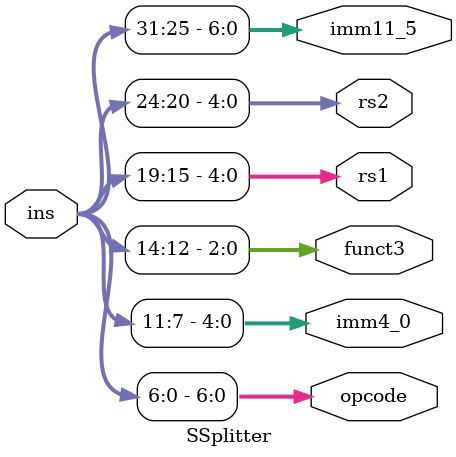
<source format=sv>
`timescale 1ns / 1ps

module SSplitter(
    input  logic [31:0] ins,
    output logic [6:0] opcode,
    output logic  [4:0] imm4_0,
    output logic  [2:0] funct3,
    output logic  [4:0] rs1,
    output logic  [4:0] rs2,
    output logic  [6:0] imm11_5
    );
    
    assign {imm11_5, rs2, rs1, funct3, imm4_0, opcode} = ins;
    
endmodule


</source>
